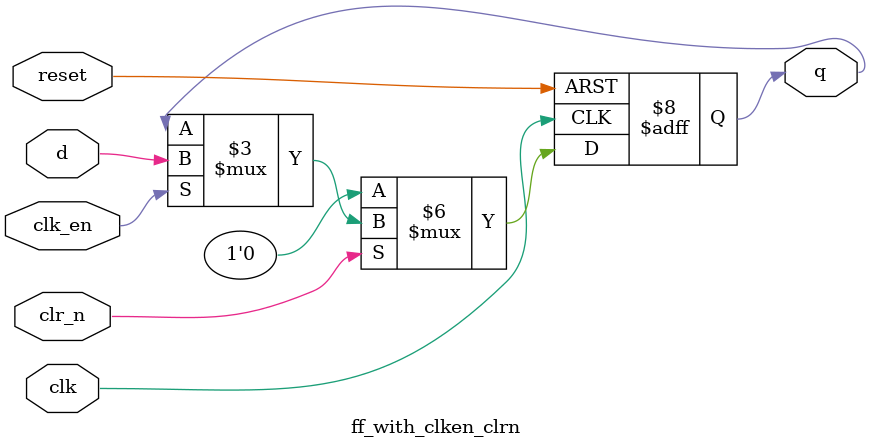
<source format=sv>
module ff_with_clken_clrn #(
	parameter D_WIDTH     = 1,
	parameter RESET_VALUE = 0
) (
	input  logic               clk   ,
	input  logic               clk_en,
	input  logic               clr_n ,
	input  logic               reset ,
	input  logic [D_WIDTH-1:0] d     ,
	output logic [D_WIDTH-1:0] q
);
	always_ff @(posedge clk or posedge reset) begin
		if (reset)
			q <= RESET_VALUE;
		else if (~clr_n)
			q <= RESET_VALUE;
		else if (clk_en)
			q <= d;
	end
endmodule
</source>
